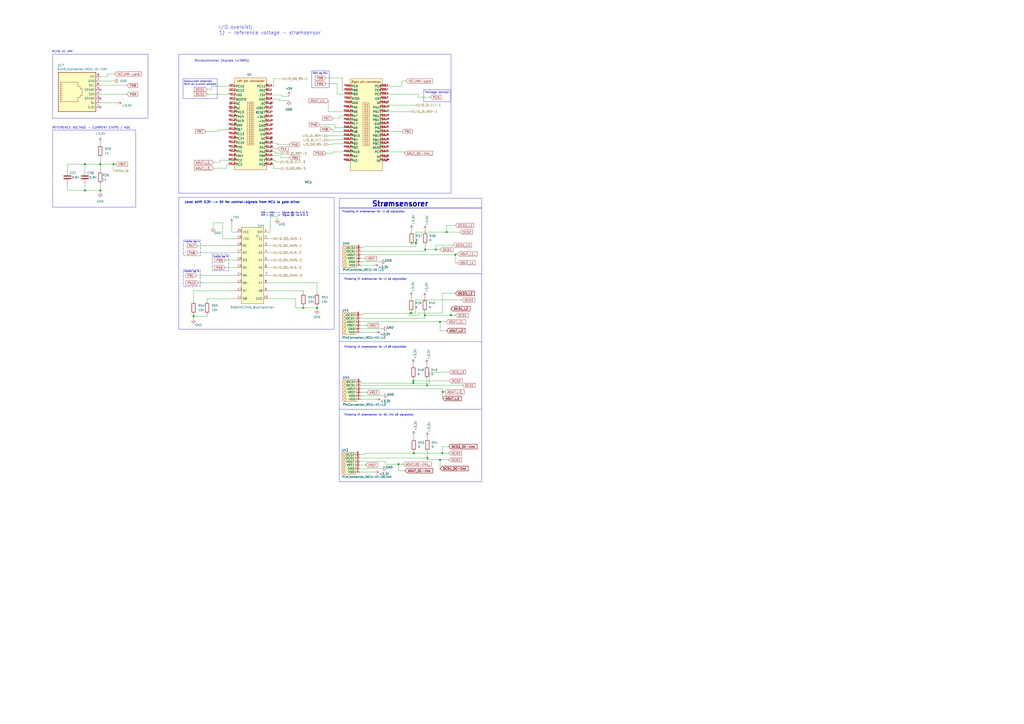
<source format=kicad_sch>
(kicad_sch (version 20231120) (generator "eeschema") (generator_version "8.0")
  (paper "A2")
  (title_block (title "3-phase DC/AC converter with SV-PWM") (date "2023-03-16") (rev "V. 1.1") (comment 1 "Ingrid Hovland") (comment 2 "Eirik Skorve Haugland") (comment 3 "Marius Englund"))
  (lib_symbols
    (symbol "5VISO:+3.3V" (power) (pin_names (offset 0))
      (property "Value" "+3.3V" (at 0 3.556 0))
      (symbol "+3.3V_0_1"
        (polyline (pts (xy -0.762 1.27) (xy 0 2.54)))
        (polyline (pts (xy 0 0) (xy 0 2.54)))
        (polyline (pts (xy 0 2.54) (xy 0.762 1.27)))
      )
      (symbol "+3.3V_1_1"
        (pin power_in line (at 0 0 90) (length 0) hide (name "+3.3V") (number "1"))
      )
    )
    (symbol "5VISO:+5V" (power) (pin_names (offset 0))
      (property "Value" "+5V" (at 0 3.556 0))
      (symbol "+5V_0_1"
        (polyline (pts (xy -0.762 1.27) (xy 0 2.54)))
        (polyline (pts (xy 0 0) (xy 0 2.54)))
        (polyline (pts (xy 0 2.54) (xy 0.762 1.27)))
      )
      (symbol "+5V_1_1"
        (pin power_in line (at 0 0 90) (length 0) hide (name "+5V") (number "1"))
      )
    )
    (symbol "5VISO:GND" (power) (pin_names (offset 0))
      (property "Value" "GND" (at 0 -3.81 0))
      (symbol "GND_0_1"
        (polyline (pts (xy 0 0) (xy 0 -1.27) (xy 1.27 -1.27) (xy 0 -2.54) (xy -1.27 -1.27) (xy 0 -1.27)))
      )
      (symbol "GND_1_1"
        (pin power_in line (at 0 0 270) (length 0) hide (name "GND") (number "1"))
      )
    )
    (symbol "Device:C" (pin_numbers hide) (pin_names (offset 0.254))
      (property "Reference" "C" (at 0.635 2.54 0))
      (property "Value" "C" (at 0.635 -2.54 0))
      (symbol "C_0_1"
        (polyline (pts (xy -2.032 -0.762) (xy 2.032 -0.762)) (stroke (width 0.508)))
        (polyline (pts (xy -2.032 0.762) (xy 2.032 0.762)) (stroke (width 0.508)))
      )
      (symbol "C_1_1"
        (pin passive line (at 0 3.81 270) (length 2.794) (name "~") (number "1"))
        (pin passive line (at 0 -3.81 90) (length 2.794) (name "~") (number "2"))
      )
    )
    (symbol "Device:R" (pin_numbers hide) (pin_names (offset 0))
      (property "Reference" "R" (at 2.032 0 90))
      (property "Value" "R" (at 0 0 90))
      (symbol "R_0_1"
        (rectangle (start -1.016 -2.54) (end 1.016 2.54) (stroke (width 0.254)))
      )
      (symbol "R_1_1"
        (pin passive line (at 0 3.81 270) (length 1.27) (name "~") (number "1"))
        (pin passive line (at 0 -3.81 90) (length 1.27) (name "~") (number "2"))
      )
    )
    (symbol "Symbolbibliotek_hovedprosjekt:BusTranciver_sn54hct245"
      (property "Reference" "U" (at -5.334 17.018 0))
      (property "Value" "SN54HCT245_BusTranciver" (at 1.524 -30.226 0))
      (symbol "BusTranciver_sn54hct245_0_1"
        (circle (center -2.286 10.922) (radius 0.568))
      )
      (symbol "BusTranciver_sn54hct245_1_1"
        (rectangle (start -5.842 16.002) (end 6.858 -28.448) (fill (type background)))
        (pin input line (at -8.382 13.208 0) (length 2.54) (name "DIR") (number "1"))
        (pin input line (at -8.382 -25.4 0) (length 2.54) (name "GND") (number "10"))
        (pin input line (at 9.398 -25.4 180) (length 2.54) (name "B8") (number "11"))
        (pin input line (at 9.398 -20.828 180) (length 2.54) (name "B7") (number "12"))
        (pin input line (at 9.398 -16.256 180) (length 2.54) (name "B6") (number "13"))
        (pin input line (at 9.398 -11.938 180) (length 2.54) (name "B5") (number "14"))
        (pin input line (at 9.398 -7.366 180) (length 2.54) (name "B4") (number "15"))
        (pin input line (at 9.398 -3.048 180) (length 2.54) (name "B3") (number "16"))
        (pin input line (at 9.398 1.27 180) (length 2.54) (name "B2") (number "17"))
        (pin input line (at 9.398 5.334 180) (length 2.54) (name "B1") (number "18"))
        (pin input line (at 9.398 9.398 180) (length 2.54) (name "/OE") (number "19"))
        (pin input line (at -8.382 9.398 0) (length 2.54) (name "A1") (number "2"))
        (pin input line (at 9.398 13.208 180) (length 2.54) (name "VCC") (number "20"))
        (pin input line (at -8.382 5.334 0) (length 2.54) (name "A2") (number "3"))
        (pin input line (at -8.382 1.27 0) (length 2.54) (name "A3") (number "4"))
        (pin input line (at -8.382 -3.048 0) (length 2.54) (name "A4") (number "5"))
        (pin input line (at -8.382 -7.366 0) (length 2.54) (name "A5") (number "6"))
        (pin input line (at -8.636 -11.938 0) (length 2.54) (name "A6") (number "7"))
        (pin input line (at -8.382 -16.256 0) (length 2.54) (name "A7") (number "8"))
        (pin input line (at -8.382 -20.828 0) (length 2.54) (name "A8") (number "9"))
      )
    )
    (symbol "Symbolbibliotek_hovedprosjekt:MCU_nucleo"
      (property "Reference" "U" (at -20.828 0.254 0))
      (symbol "MCU_nucleo_0_1"
        (rectangle (start -35.56 3.048) (end -32.004 -21.844))
        (circle (center -34.29 -20.828) (radius 0.3592))
        (circle (center -34.29 -19.558) (radius 0.3592))
        (circle (center -34.29 -18.288) (radius 0.3592))
        (circle (center -34.29 -17.018) (radius 0.3592))
        (circle (center -34.29 -15.748) (radius 0.3592))
        (circle (center -34.29 -14.478) (radius 0.3592))
        (circle (center -34.29 -13.208) (radius 0.3592))
        (circle (center -34.29 -11.938) (radius 0.3592))
        (circle (center -34.29 -10.668) (radius 0.3592))
        (circle (center -34.29 -9.398) (radius 0.3592))
        (circle (center -34.29 -8.128) (radius 0.3592))
        (circle (center -34.29 -6.858) (radius 0.3592))
        (circle (center -34.29 -5.588) (radius 0.3592))
        (circle (center -34.29 -4.318) (radius 0.3592))
        (circle (center -34.29 -3.048) (radius 0.3592))
        (circle (center -34.29 -1.778) (radius 0.3592))
        (circle (center -34.29 -0.508) (radius 0.3592))
        (circle (center -34.29 0.762) (radius 0.3592))
        (circle (center -34.29 2.032) (radius 0.3592))
        (circle (center -33.02 -20.828) (radius 0.3592))
        (circle (center -33.02 -19.558) (radius 0.3592))
        (circle (center -33.02 -18.288) (radius 0.3592))
        (circle (center -33.02 -17.018) (radius 0.3592))
        (circle (center -33.02 -15.748) (radius 0.3592))
        (circle (center -33.02 -14.478) (radius 0.3592))
        (circle (center -33.02 -13.208) (radius 0.3592))
        (circle (center -33.02 -11.938) (radius 0.3592))
        (circle (center -33.02 -10.668) (radius 0.3592))
        (circle (center -33.02 -9.398) (radius 0.3592))
        (circle (center -33.02 -8.128) (radius 0.3592))
        (circle (center -33.02 -6.858) (radius 0.3592))
        (circle (center -33.02 -5.588) (radius 0.3592))
        (circle (center -33.02 -4.318) (radius 0.3592))
        (circle (center -33.02 -3.048) (radius 0.3592))
        (circle (center -33.02 -1.778) (radius 0.3592))
        (circle (center -33.02 -0.508) (radius 0.3592))
        (circle (center -33.02 0.762) (radius 0.3592))
        (circle (center -33.02 2.032) (radius 0.3592))
        (rectangle (start 31.496 2.54) (end 35.052 -22.352))
        (circle (center 32.766 -21.336) (radius 0.3592))
        (circle (center 32.766 -20.066) (radius 0.3592))
        (circle (center 32.766 -18.796) (radius 0.3592))
        (circle (center 32.766 -17.526) (radius 0.3592))
        (circle (center 32.766 -16.256) (radius 0.3592))
        (circle (center 32.766 -14.986) (radius 0.3592))
        (circle (center 32.766 -13.716) (radius 0.3592))
        (circle (center 32.766 -12.446) (radius 0.3592))
        (circle (center 32.766 -11.176) (radius 0.3592))
        (circle (center 32.766 -9.906) (radius 0.3592))
        (circle (center 32.766 -8.636) (radius 0.3592))
        (circle (center 32.766 -7.366) (radius 0.3592))
        (circle (center 32.766 -6.096) (radius 0.3592))
        (circle (center 32.766 -4.826) (radius 0.3592))
        (circle (center 32.766 -3.556) (radius 0.3592))
        (circle (center 32.766 -2.286) (radius 0.3592))
        (circle (center 32.766 -1.016) (radius 0.3592))
        (circle (center 32.766 0.254) (radius 0.3592))
        (circle (center 32.766 1.524) (radius 0.3592))
        (circle (center 34.036 -21.336) (radius 0.3592))
        (circle (center 34.036 -20.066) (radius 0.3592))
        (circle (center 34.036 -18.796) (radius 0.3592))
        (circle (center 34.036 -17.526) (radius 0.3592))
        (circle (center 34.036 -16.256) (radius 0.3592))
        (circle (center 34.036 -14.986) (radius 0.3592))
        (circle (center 34.036 -13.716) (radius 0.3592))
        (circle (center 34.036 -12.446) (radius 0.3592))
        (circle (center 34.036 -11.176) (radius 0.3592))
        (circle (center 34.036 -9.906) (radius 0.3592))
        (circle (center 34.036 -8.636) (radius 0.3592))
        (circle (center 34.036 -7.366) (radius 0.3592))
        (circle (center 34.036 -6.096) (radius 0.3592))
        (circle (center 34.036 -4.826) (radius 0.3592))
        (circle (center 34.036 -3.556) (radius 0.3592))
        (circle (center 34.036 -2.286) (radius 0.3592))
        (circle (center 34.036 -1.016) (radius 0.3592))
        (circle (center 34.036 0.254) (radius 0.3592))
        (circle (center 34.036 1.524) (radius 0.3592))
      )
      (symbol "MCU_nucleo_1_1"
        (rectangle (start -42.926 17.018) (end -24.384 -36.322) (fill (type background)))
        (rectangle (start 24.13 16.51) (end 42.672 -36.83) (fill (type background)))
        (text "Left pin connector" (at -33.782 15.24 0) (effects (font (size 1.143 1.143))))
        (text "Right pin connector" (at 33.274 14.732 0) (effects (font (size 1.143 1.143))))
        (pin input line (at 21.59 12.192 0) (length 2.54) (name "PC9") (number "CN10_1"))
        (pin input line (at 45.212 2.54 180) (length 2.54) (name "NC") (number "CN10_10"))
        (pin input line (at 21.59 0 0) (length 2.54) (name "PA5") (number "CN10_11"))
        (pin input line (at 45.212 0 180) (length 2.54) (name "PA12") (number "CN10_12"))
        (pin input line (at 21.59 -2.54 0) (length 2.54) (name "PA6") (number "CN10_13"))
        (pin input line (at 45.212 -2.54 180) (length 2.54) (name "PA11") (number "CN10_14"))
        (pin input line (at 21.59 -5.08 0) (length 2.54) (name "PA7") (number "CN10_15"))
        (pin input line (at 45.212 -5.08 180) (length 2.54) (name "PB12") (number "CN10_16"))
        (pin input line (at 21.59 -7.366 0) (length 2.54) (name "PB6") (number "CN10_17"))
        (pin input line (at 45.212 -7.366 180) (length 2.54) (name "PB11") (number "CN10_18"))
        (pin input line (at 21.59 -9.652 0) (length 2.54) (name "PC7") (number "CN10_19"))
        (pin input line (at 45.212 12.192 180) (length 2.54) (name "PC8") (number "CN10_2"))
        (pin input line (at 45.212 -9.652 180) (length 2.54) (name "GND") (number "CN10_20"))
        (pin input line (at 21.59 -11.938 0) (length 2.54) (name "PA9") (number "CN10_21"))
        (pin input line (at 45.212 -11.938 180) (length 2.54) (name "PB2") (number "CN10_22"))
        (pin input line (at 21.59 -14.224 0) (length 2.54) (name "PA8") (number "CN10_23"))
        (pin input line (at 45.212 -14.224 180) (length 2.54) (name "PB1") (number "CN10_24"))
        (pin input line (at 21.59 -16.51 0) (length 2.54) (name "PB10") (number "CN10_25"))
        (pin input line (at 45.212 -16.51 180) (length 2.54) (name "PB15") (number "CN10_26"))
        (pin input line (at 21.59 -18.796 0) (length 2.54) (name "PB4") (number "CN10_27"))
        (pin input line (at 45.212 -19.05 180) (length 2.54) (name "PB14") (number "CN10_28"))
        (pin input line (at 21.59 -21.082 0) (length 2.54) (name "PB5") (number "CN10_29"))
        (pin input line (at 21.59 9.906 0) (length 2.54) (name "PB8") (number "CN10_3"))
        (pin input line (at 45.212 -21.082 180) (length 2.54) (name "PB13") (number "CN10_30"))
        (pin input line (at 21.59 -23.368 0) (length 2.54) (name "PB3") (number "CN10_31"))
        (pin input line (at 45.212 -23.368 180) (length 2.54) (name "AGND") (number "CN10_32"))
        (pin input line (at 21.59 -25.908 0) (length 2.54) (name "PA10") (number "CN10_33"))
        (pin input line (at 45.212 -25.908 180) (length 2.54) (name "PC4") (number "CN10_34"))
        (pin input line (at 21.59 -28.448 0) (length 2.54) (name "PA2") (number "CN10_35"))
        (pin input line (at 45.212 -28.702 180) (length 2.54) (name "NC") (number "CN10_36"))
        (pin input line (at 21.59 -30.988 0) (length 2.54) (name "PA3") (number "CN10_37"))
        (pin input line (at 45.212 -30.988 180) (length 2.54) (name "NC") (number "CN10_38"))
        (pin input line (at 45.212 9.906 180) (length 2.54) (name "PC6") (number "CN10_4"))
        (pin input line (at 21.59 7.62 0) (length 2.54) (name "PB9") (number "CN10_5"))
        (pin input line (at 45.212 7.62 180) (length 2.54) (name "PC5") (number "CN10_6"))
        (pin input line (at 21.59 5.08 0) (length 2.54) (name "AVDD") (number "CN10_7"))
        (pin input line (at 45.212 5.08 180) (length 2.54) (name "U5V") (number "CN10_8"))
        (pin input line (at 21.59 2.54 0) (length 2.54) (name "GND") (number "CN10_9"))
        (pin input line (at -45.466 12.192 0) (length 2.54) (name "PC10") (number "CN7_1"))
        (pin input line (at -21.844 2.032 180) (length 2.54) (name "NC") (number "CN7_10"))
        (pin input line (at -45.466 -0.508 0) (length 2.54) (name "NC") (number "CN7_11"))
        (pin input line (at -21.844 -0.508 180) (length 2.54) (name "IOREF") (number "CN7_12"))
        (pin input line (at -45.466 -2.794 0) (length 2.54) (name "PA13") (number "CN7_13"))
        (pin input line (at -21.844 -3.048 180) (length 2.54) (name "RESET") (number "CN7_14"))
        (pin input line (at -45.466 -5.334 0) (length 2.54) (name "PA14") (number "CN7_15"))
        (pin input line (at -21.844 -5.588 180) (length 2.54) (name "+3V3") (number "CN7_16"))
        (pin input line (at -45.466 -7.874 0) (length 2.54) (name "PA15") (number "CN7_17"))
        (pin input line (at -21.844 -8.128 180) (length 2.54) (name "+5V") (number "CN7_18"))
        (pin input line (at -45.466 -10.414 0) (length 2.54) (name "GND") (number "CN7_19"))
        (pin input line (at -21.844 12.192 180) (length 2.54) (name "PC11") (number "CN7_2"))
        (pin input line (at -21.844 -10.668 180) (length 2.54) (name "GND") (number "CN7_20"))
        (pin input line (at -45.466 -12.954 0) (length 2.54) (name "PB7") (number "CN7_21"))
        (pin input line (at -21.844 -13.208 180) (length 2.54) (name "GND") (number "CN7_22"))
        (pin input line (at -45.466 -15.494 0) (length 2.54) (name "PC13") (number "CN7_23"))
        (pin input line (at -21.844 -15.748 180) (length 2.54) (name "VIN") (number "CN7_24"))
        (pin input line (at -45.466 -18.034 0) (length 2.54) (name "PC14") (number "CN7_25"))
        (pin input line (at -21.844 -18.288 180) (length 2.54) (name "NC") (number "CN7_26"))
        (pin input line (at -45.466 -20.574 0) (length 2.54) (name "PC15") (number "CN7_27"))
        (pin input line (at -21.844 -20.828 180) (length 2.54) (name "PA0") (number "CN7_28"))
        (pin input line (at -45.466 -23.114 0) (length 2.54) (name "PH0") (number "CN7_29"))
        (pin input line (at -45.466 9.652 0) (length 2.54) (name "PC12") (number "CN7_3"))
        (pin input line (at -21.844 -23.368 180) (length 2.54) (name "PA1") (number "CN7_30"))
        (pin input line (at -45.466 -25.654 0) (length 2.54) (name "PH1") (number "CN7_31"))
        (pin input line (at -21.844 -25.908 180) (length 2.54) (name "PA4") (number "CN7_32"))
        (pin input line (at -45.466 -28.194 0) (length 2.54) (name "VBAT") (number "CN7_33"))
        (pin input line (at -21.844 -28.194 180) (length 2.54) (name "PB0") (number "CN7_34"))
        (pin input line (at -45.466 -30.734 0) (length 2.54) (name "PC2") (number "CN7_35"))
        (pin input line (at -21.844 -30.734 180) (length 2.54) (name "PC1") (number "CN7_36"))
        (pin input line (at -45.466 -33.274 0) (length 2.54) (name "PC3") (number "CN7_37"))
        (pin input line (at -21.844 -33.274 180) (length 2.54) (name "PC0") (number "CN7_38"))
        (pin input line (at -21.844 9.652 180) (length 2.54) (name "PD2") (number "CN7_4"))
        (pin input line (at -45.466 7.112 0) (length 2.54) (name "VDD") (number "CN7_5"))
        (pin input line (at -21.844 7.112 180) (length 2.54) (name "E5V") (number "CN7_6"))
        (pin input line (at -45.466 4.572 0) (length 2.54) (name "BOOT0") (number "CN7_7"))
        (pin input line (at -21.844 4.572 180) (length 2.54) (name "GND") (number "CN7_8"))
        (pin input line (at -45.466 2.032 0) (length 2.54) (name "NC") (number "CN7_9"))
      )
    )
    (symbol "Symbolbibliotek_hovedprosjekt:RJ45_Connector_MCU-til-HMI"
      (property "Reference" "U" (at 0 0 0))
      (symbol "RJ45_Connector_MCU-til-HMI_0_1"
        (rectangle (start -7.366 10.414) (end 14.478 -12.446) (stroke (width 0.254)) (fill (type background)))
        (polyline (pts (xy -4.826 2.159) (xy -6.096 2.159)))
        (polyline (pts (xy -4.826 3.429) (xy -6.096 3.429)))
        (polyline (pts (xy -6.096 -5.461) (xy -4.826 -5.461) (xy -4.826 -5.461)))
        (polyline (pts (xy -6.096 -4.191) (xy -4.826 -4.191) (xy -4.826 -4.191)))
        (polyline (pts (xy -6.096 -2.921) (xy -4.826 -2.921) (xy -4.826 -2.921)))
        (polyline (pts (xy -6.096 -1.651) (xy -4.826 -1.651) (xy -4.826 -1.651)))
        (polyline (pts (xy -6.096 -0.381) (xy -4.826 -0.381) (xy -4.826 -0.381)))
        (polyline (pts (xy -4.826 0.889) (xy -6.096 0.889) (xy -6.096 0.889)))
        (polyline (pts (xy -6.096 -6.731) (xy -6.096 4.699) (xy 4.064 4.699) (xy 4.064 2.159) (xy 5.334 2.159) (xy 5.334 0.889) (xy 6.604 0.889) (xy 6.604 -2.921) (xy 5.334 -2.921) (xy 5.334 -4.191) (xy 4.064 -4.191) (xy 4.064 -6.731) (xy -6.096 -6.731) (xy -6.096 -6.731)))
      )
      (symbol "RJ45_Connector_MCU-til-HMI_1_1"
        (pin passive line (at 17.018 -9.906 180) (length 2.54) (name "3.3V") (number "1"))
        (pin passive line (at 17.018 -7.366 180) (length 2.54) (name "5V") (number "2"))
        (pin passive line (at 17.018 -4.826 180) (length 2.54) (name "SPARE") (number "3"))
        (pin passive line (at 17.018 -2.286 180) (length 2.54) (name "SDA") (number "4"))
        (pin passive line (at 17.018 0.254 180) (length 2.54) (name "SPARE") (number "5"))
        (pin passive line (at 17.018 2.794 180) (length 2.54) (name "SCL") (number "6"))
        (pin passive line (at 17.018 5.334 180) (length 2.54) (name "GND") (number "7"))
        (pin passive line (at 17.018 7.874 180) (length 2.54) (name "INT") (number "8"))
      )
    )
    (symbol "Symbolbibliotek_hovedprosjekt:Strømsensor_PinHeaderConnector"
      (property "Reference" "U" (at 7.112 0.508 0))
      (symbol "Strømsensor_PinHeaderConnector_0_1"
        (circle (center -5.08 -5.334) (radius 0.7184))
        (circle (center -3.048 -5.334) (radius 0.7184))
        (circle (center -1.016 -5.334) (radius 0.7184))
        (circle (center 1.016 -5.334) (radius 0.7184))
        (circle (center 3.048 -5.334) (radius 0.7184))
        (circle (center 5.08 -5.334) (radius 0.7184))
      )
      (symbol "Strømsensor_PinHeaderConnector_1_1"
        (rectangle (start -6.35 1.27) (end 6.35 -6.604) (fill (type background)))
        (pin input line (at 5.08 3.81 270) (length 2.54) (name "VDD") (number "1"))
        (pin input line (at 3.048 3.81 270) (length 2.54) (name "GND") (number "2"))
        (pin input line (at 1.016 3.81 270) (length 2.54) (name "VREF") (number "3"))
        (pin input line (at -1.016 3.81 270) (length 2.54) (name "AOUT") (number "4"))
        (pin input line (at -3.048 3.81 270) (length 2.54) (name "OCD1") (number "5"))
        (pin input line (at -5.08 3.81 270) (length 2.54) (name "OCD2") (number "6"))
      )
    )
    (symbol "power:GND" (power) (pin_names (offset 0))
      (property "Value" "GND" (at 0 -3.81 0))
      (symbol "GND_0_1"
        (polyline (pts (xy 0 0) (xy 0 -1.27) (xy 1.27 -1.27) (xy 0 -2.54) (xy -1.27 -1.27) (xy 0 -1.27)))
      )
      (symbol "GND_1_1"
        (pin power_in line (at 0 0 270) (length 0) hide (name "GND") (number "1"))
      )
    )
  )
  (junction (at 65.786 95.25))
  (junction (at 241.3 140.97))
  (junction (at 246.38 182.88))
  (junction (at 58.166 110.49))
  (junction (at 239.776 220.98))
  (junction (at 240.03 262.89))
  (junction (at 255.27 266.7))
  (junction (at 246.634 144.78))
  (junction (at 264.16 147.828))
  (junction (at 256.54 262.89))
  (junction (at 49.276 95.25))
  (junction (at 247.65 223.52))
  (junction (at 247.904 265.684))
  (junction (at 231.14 269.24))
  (junction (at 183.896 178.562))
  (junction (at 256.794 227.33))
  (junction (at 259.08 134.62))
  (junction (at 58.166 95.25))
  (junction (at 239.776 222.25))
  (junction (at 252.73 144.78))
  (junction (at 261.62 182.88))
  (junction (at 49.276 110.49))
  (junction (at 238.506 181.61))
  (junction (at 112.268 183.388))
  (junction (at 176.022 178.562))
  (junction (at 255.27 186.69))
  (no_connect (at 133.604 60.198))
  (no_connect (at 157.226 60.198))
  (no_connect (at 133.604 62.738))
  (no_connect (at 224.282 59.69))
  (no_connect (at 224.282 90.932))
  (no_connect (at 58.166 52.07))
  (no_connect (at 157.226 80.518))
  (no_connect (at 58.166 57.15))
  (no_connect (at 58.166 62.23))
  (no_connect (at 224.282 93.218))
  (wire (pts (xy 233.172 46.99) (xy 235.458 46.99)))
  (wire (pts (xy 209.042 188.722) (xy 212.598 188.722)))
  (wire (pts (xy 156.718 125.73) (xy 160.782 125.73)))
  (wire (pts (xy 67.056 99.06) (xy 65.786 99.06)))
  (wire (pts (xy 132.842 52.578) (xy 132.842 54.61)))
  (wire (pts (xy 194.31 74.168) (xy 200.66 74.168)))
  (wire (pts (xy 242.57 54.61) (xy 242.57 56.388)))
  (wire (pts (xy 252.73 142.24) (xy 252.73 144.78)))
  (wire (pts (xy 183.896 178.562) (xy 183.896 179.578)))
  (wire (pts (xy 137.668 138.43) (xy 129.286 138.43)))
  (wire (pts (xy 224.282 50.038) (xy 233.172 50.038)))
  (wire (pts (xy 160.782 125.73) (xy 160.782 127)))
  (wire (pts (xy 163.576 55.88) (xy 167.64 55.88)))
  (wire (pts (xy 162.306 57.658) (xy 162.306 58.42)))
  (wire (pts (xy 234.442 88.138) (xy 234.442 88.9)))
  (wire (pts (xy 224.282 88.138) (xy 234.442 88.138)))
  (wire (pts (xy 58.166 49.53) (xy 73.66 49.53)))
  (wire (pts (xy 131.572 97.536) (xy 123.952 97.536)))
  (wire (pts (xy 209.296 149.86) (xy 211.582 149.86)))
  (wire (pts (xy 161.036 83.058) (xy 161.036 83.82)))
  (wire (pts (xy 209.042 190.754) (xy 221.742 190.754)))
  (wire (pts (xy 163.83 45.72) (xy 158.75 45.72)))
  (wire (pts (xy 162.56 97.79) (xy 158.75 97.79)))
  (wire (pts (xy 242.57 54.61) (xy 224.282 54.61)))
  (wire (pts (xy 209.296 145.796) (xy 246.634 145.796)))
  (wire (pts (xy 256.794 225.552) (xy 256.794 227.33)))
  (wire (pts (xy 264.16 130.81) (xy 259.08 130.81)))
  (wire (pts (xy 242.57 56.388) (xy 249.682 56.388)))
  (wire (pts (xy 241.3 140.97) (xy 238.76 140.97)))
  (wire (pts (xy 198.628 45.212) (xy 198.628 52.324)))
  (wire (pts (xy 258.064 227.33) (xy 256.794 227.33)))
  (wire (pts (xy 162.814 90.424) (xy 162.814 91.44)))
  (wire (pts (xy 200.66 81.026) (xy 193.04 81.026)))
  (wire (pts (xy 129.286 138.43) (xy 129.286 129.286)))
  (wire (pts (xy 264.16 147.828) (xy 264.16 152.4)))
  (wire (pts (xy 155.448 138.43) (xy 158.75 138.43)))
  (wire (pts (xy 155.448 134.62) (xy 156.718 134.62)))
  (wire (pts (xy 266.7 134.62) (xy 259.08 134.62)))
  (wire (pts (xy 120.142 173.228) (xy 120.142 174.752)))
  (wire (pts (xy 246.38 182.88) (xy 261.62 182.88)))
  (wire (pts (xy 247.65 211.328) (xy 247.65 212.09)))
  (wire (pts (xy 39.116 95.25) (xy 49.276 95.25)))
  (wire (pts (xy 256.54 170.18) (xy 264.16 170.18)))
  (wire (pts (xy 190.5 83.82) (xy 193.04 83.82)))
  (wire (pts (xy 209.296 229.616) (xy 221.996 229.616)))
  (wire (pts (xy 208.788 269.748) (xy 212.09 269.748)))
  (wire (pts (xy 238.506 181.61) (xy 238.506 180.848)))
  (wire (pts (xy 224.282 62.23) (xy 225.806 62.23)))
  (wire (pts (xy 208.788 265.684) (xy 247.904 265.684)))
  (wire (pts (xy 58.166 95.25) (xy 65.786 95.25)))
  (wire (pts (xy 127.508 92.964) (xy 127.508 94.234)))
  (wire (pts (xy 112.268 183.388) (xy 120.142 183.388)))
  (wire (pts (xy 239.776 211.074) (xy 239.776 212.09)))
  (wire (pts (xy 240.03 261.874) (xy 240.03 262.89)))
  (wire (pts (xy 233.172 50.038) (xy 233.172 46.99)))
  (wire (pts (xy 193.04 76.454) (xy 200.66 76.454)))
  (wire (pts (xy 238.76 140.97) (xy 238.76 141.986)))
  (wire (pts (xy 247.904 266.7) (xy 255.27 266.7)))
  (wire (pts (xy 256.54 262.89) (xy 240.03 262.89)))
  (wire (pts (xy 208.788 271.78) (xy 221.234 271.78)))
  (wire (pts (xy 49.276 106.68) (xy 49.276 110.49)))
  (wire (pts (xy 112.268 168.656) (xy 137.668 168.656)))
  (wire (pts (xy 211.582 262.89) (xy 211.582 263.652)))
  (wire (pts (xy 157.226 55.118) (xy 163.576 55.118)))
  (wire (pts (xy 127 75.184) (xy 127 76.2)))
  (wire (pts (xy 261.62 182.88) (xy 264.16 182.88)))
  (wire (pts (xy 247.65 223.52) (xy 268.224 223.52)))
  (wire (pts (xy 191.77 74.93) (xy 193.04 74.93)))
  (wire (pts (xy 114.554 146.558) (xy 137.668 146.558)))
  (wire (pts (xy 159.766 93.98) (xy 159.766 92.964)))
  (wire (pts (xy 209.042 192.786) (xy 217.678 192.786)))
  (wire (pts (xy 237.49 182.88) (xy 237.49 181.61)))
  (wire (pts (xy 193.04 81.026) (xy 193.04 81.28)))
  (wire (pts (xy 211.582 262.89) (xy 240.03 262.89)))
  (wire (pts (xy 234.95 273.05) (xy 231.14 273.05)))
  (wire (pts (xy 171.45 173.228) (xy 171.45 178.562)))
  (wire (pts (xy 241.046 173.99) (xy 241.046 181.61)))
  (wire (pts (xy 259.08 130.81) (xy 259.08 134.62)))
  (wire (pts (xy 157.226 88.138) (xy 159.766 88.138)))
  (wire (pts (xy 223.52 269.24) (xy 223.52 267.716)))
  (wire (pts (xy 162.814 91.44) (xy 167.64 91.44)))
  (wire (pts (xy 176.022 178.562) (xy 183.896 178.562)))
  (wire (pts (xy 159.766 88.9) (xy 162.814 88.9)))
  (wire (pts (xy 157.226 85.598) (xy 158.496 85.598)))
  (wire (pts (xy 193.04 88.138) (xy 200.66 88.138)))
  (wire (pts (xy 39.116 99.06) (xy 39.116 95.25)))
  (wire (pts (xy 58.166 46.99) (xy 66.04 46.99)))
  (wire (pts (xy 242.57 181.61) (xy 242.57 182.88)))
  (wire (pts (xy 193.04 83.312) (xy 200.66 83.312)))
  (wire (pts (xy 246.634 144.78) (xy 246.634 145.796)))
  (wire (pts (xy 65.786 95.25) (xy 67.056 95.25)))
  (wire (pts (xy 171.45 178.562) (xy 176.022 178.562)))
  (wire (pts (xy 255.27 191.77) (xy 255.27 186.69)))
  (wire (pts (xy 241.046 173.99) (xy 267.97 173.99)))
  (wire (pts (xy 157.226 50.038) (xy 158.75 50.038)))
  (wire (pts (xy 159.766 92.964) (xy 157.226 92.964)))
  (wire (pts (xy 246.38 180.848) (xy 246.38 182.88)))
  (wire (pts (xy 252.73 144.78) (xy 255.27 144.78)))
  (wire (pts (xy 195.58 48.514) (xy 195.58 54.61)))
  (wire (pts (xy 119.38 76.2) (xy 127 76.2)))
  (wire (pts (xy 176.022 169.926) (xy 176.022 168.656)))
  (wire (pts (xy 256.794 225.552) (xy 209.296 225.552)))
  (wire (pts (xy 58.166 44.45) (xy 62.484 44.45)))
  (wire (pts (xy 193.04 88.9) (xy 189.23 88.9)))
  (wire (pts (xy 39.116 110.49) (xy 49.276 110.49)))
  (wire (pts (xy 209.296 223.52) (xy 247.65 223.52)))
  (wire (pts (xy 193.04 83.82) (xy 193.04 83.312)))
  (wire (pts (xy 158.496 86.36) (xy 161.29 86.36)))
  (wire (pts (xy 158.75 45.72) (xy 158.75 50.038)))
  (wire (pts (xy 261.62 179.07) (xy 261.62 182.88)))
  (wire (pts (xy 193.04 81.28) (xy 190.5 81.28)))
  (wire (pts (xy 209.296 143.764) (xy 210.566 143.764)))
  (wire (pts (xy 247.904 253.492) (xy 247.904 254.254)))
  (wire (pts (xy 190.5 64.77) (xy 200.66 64.77)))
  (wire (pts (xy 131.572 95.504) (xy 133.604 95.504)))
  (wire (pts (xy 157.226 57.658) (xy 162.306 57.658)))
  (wire (pts (xy 259.08 191.77) (xy 255.27 191.77)))
  (wire (pts (xy 155.448 164.084) (xy 183.896 164.084)))
  (wire (pts (xy 238.506 181.61) (xy 238.506 181.864)))
  (wire (pts (xy 114.554 142.494) (xy 137.668 142.494)))
  (wire (pts (xy 246.634 133.604) (xy 246.634 134.366)))
  (wire (pts (xy 224.282 76.454) (xy 231.14 76.454)))
  (wire (pts (xy 256.54 170.18) (xy 256.54 181.61)))
  (wire (pts (xy 246.38 172.466) (xy 246.38 173.228)))
  (wire (pts (xy 255.27 266.7) (xy 255.27 271.78)))
  (wire (pts (xy 129.286 129.286) (xy 123.698 129.286)))
  (wire (pts (xy 120.142 51.816) (xy 122.682 51.816)))
  (wire (pts (xy 158.496 85.598) (xy 158.496 86.36)))
  (wire (pts (xy 210.566 143.002) (xy 241.3 143.002)))
  (wire (pts (xy 223.52 267.716) (xy 208.788 267.716)))
  (wire (pts (xy 255.27 186.69) (xy 258.826 186.69)))
  (wire (pts (xy 66.548 42.926) (xy 62.484 42.926)))
  (wire (pts (xy 255.27 266.7) (xy 260.35 266.7)))
  (wire (pts (xy 209.296 151.892) (xy 220.726 151.892)))
  (wire (pts (xy 115.062 164.084) (xy 137.668 164.084)))
  (wire (pts (xy 240.03 252.73) (xy 240.03 254.254)))
  (wire (pts (xy 210.566 143.002) (xy 210.566 143.764)))
  (wire (pts (xy 208.788 263.652) (xy 211.582 263.652)))
  (wire (pts (xy 197.104 67.31) (xy 197.104 68.58)))
  (wire (pts (xy 49.276 110.49) (xy 58.166 110.49)))
  (wire (pts (xy 122.682 50.038) (xy 133.604 50.038)))
  (wire (pts (xy 197.104 68.58) (xy 193.04 68.58)))
  (wire (pts (xy 246.634 144.78) (xy 252.73 144.78)))
  (wire (pts (xy 238.76 133.35) (xy 238.76 134.366)))
  (wire (pts (xy 49.276 95.25) (xy 49.276 99.06)))
  (wire (pts (xy 264.16 147.32) (xy 265.43 147.32)))
  (wire (pts (xy 260.35 259.08) (xy 256.54 259.08)))
  (wire (pts (xy 259.08 134.62) (xy 241.3 134.62)))
  (wire (pts (xy 249.174 222.25) (xy 239.776 222.25)))
  (wire (pts (xy 239.776 219.71) (xy 239.776 220.98)))
  (wire (pts (xy 112.268 174.752) (xy 112.268 168.656)))
  (wire (pts (xy 209.296 222.25) (xy 209.296 221.488)))
  (wire (pts (xy 241.3 134.62) (xy 241.3 140.97)))
  (wire (pts (xy 156.718 134.62) (xy 156.718 125.73)))
  (wire (pts (xy 262.89 142.24) (xy 252.73 142.24)))
  (wire (pts (xy 65.786 99.06) (xy 65.786 95.25)))
  (wire (pts (xy 132.842 52.578) (xy 133.604 52.578)))
  (wire (pts (xy 130.81 150.876) (xy 137.668 150.876)))
  (wire (pts (xy 260.604 215.9) (xy 249.174 215.9)))
  (wire (pts (xy 225.806 62.23) (xy 225.806 60.96)))
  (wire (pts (xy 247.904 266.7) (xy 247.904 265.684)))
  (wire (pts (xy 162.56 93.98) (xy 159.766 93.98)))
  (wire (pts (xy 159.766 88.138) (xy 159.766 88.9)))
  (wire (pts (xy 209.042 186.69) (xy 255.27 186.69)))
  (wire (pts (xy 209.042 184.658) (xy 246.38 184.658)))
  (wire (pts (xy 190.5 78.74) (xy 200.66 78.74)))
  (wire (pts (xy 158.75 95.504) (xy 157.226 95.504)))
  (wire (pts (xy 137.668 173.228) (xy 120.142 173.228)))
  (wire (pts (xy 249.174 215.9) (xy 249.174 222.25)))
  (wire (pts (xy 237.49 181.61) (xy 238.506 181.61)))
  (wire (pts (xy 158.75 95.504) (xy 158.75 97.79)))
  (wire (pts (xy 224.282 64.77) (xy 238.76 64.77)))
  (wire (pts (xy 157.226 83.058) (xy 161.036 83.058)))
  (wire (pts (xy 162.306 58.42) (xy 167.64 58.42)))
  (wire (pts (xy 127.508 94.234) (xy 123.952 94.234)))
  (wire (pts (xy 155.448 150.876) (xy 158.496 150.876)))
  (wire (pts (xy 239.776 222.25) (xy 209.296 222.25)))
  (wire (pts (xy 133.604 75.184) (xy 127 75.184)))
  (wire (pts (xy 183.896 164.084) (xy 183.896 169.926)))
  (wire (pts (xy 58.166 95.25) (xy 58.166 99.06)))
  (wire (pts (xy 58.166 54.61) (xy 73.66 54.61)))
  (wire (pts (xy 241.3 140.97) (xy 241.3 143.002)))
  (wire (pts (xy 131.572 95.504) (xy 131.572 97.536)))
  (wire (pts (xy 264.16 147.828) (xy 209.296 147.828)))
  (wire (pts (xy 223.52 269.24) (xy 231.14 269.24)))
  (wire (pts (xy 127.508 92.964) (xy 133.604 92.964)))
  (wire (pts (xy 112.268 182.372) (xy 112.268 183.388)))
  (wire (pts (xy 260.35 262.89) (xy 256.54 262.89)))
  (wire (pts (xy 256.54 259.08) (xy 256.54 262.89)))
  (wire (pts (xy 183.896 177.546) (xy 183.896 178.562)))
  (wire (pts (xy 176.022 177.546) (xy 176.022 178.562)))
  (wire (pts (xy 197.104 67.31) (xy 200.66 67.31)))
  (wire (pts (xy 225.806 60.96) (xy 241.3 60.96)))
  (wire (pts (xy 231.14 269.24) (xy 233.68 269.24)))
  (wire (pts (xy 123.698 129.286) (xy 123.698 132.08)))
  (wire (pts (xy 134.366 134.62) (xy 137.668 134.62)))
  (wire (pts (xy 247.904 261.874) (xy 247.904 265.684)))
  (wire (pts (xy 58.166 110.49) (xy 58.166 111.76)))
  (wire (pts (xy 208.788 273.812) (xy 217.17 273.812)))
  (wire (pts (xy 120.142 182.372) (xy 120.142 183.388)))
  (wire (pts (xy 188.976 48.514) (xy 195.58 48.514)))
  (wire (pts (xy 155.448 142.494) (xy 158.496 142.494)))
  (wire (pts (xy 209.296 231.648) (xy 217.932 231.648)))
  (wire (pts (xy 198.628 52.324) (xy 200.66 52.324)))
  (wire (pts (xy 246.634 141.986) (xy 246.634 144.78)))
  (wire (pts (xy 39.116 106.68) (xy 39.116 110.49)))
  (wire (pts (xy 260.604 220.98) (xy 239.776 220.98)))
  (wire (pts (xy 256.794 227.33) (xy 256.794 231.14)))
  (wire (pts (xy 238.506 172.212) (xy 238.506 173.228)))
  (wire (pts (xy 58.166 59.69) (xy 67.818 59.69)))
  (wire (pts (xy 176.022 168.656) (xy 155.448 168.656)))
  (wire (pts (xy 161.036 83.82) (xy 167.64 83.82)))
  (wire (pts (xy 190.5 58.42) (xy 190.5 64.77)))
  (wire (pts (xy 155.448 146.558) (xy 158.496 146.558)))
  (wire (pts (xy 155.448 173.228) (xy 171.45 173.228)))
  (wire (pts (xy 188.976 45.212) (xy 198.628 45.212)))
  (wire (pts (xy 231.14 273.05) (xy 231.14 269.24)))
  (wire (pts (xy 209.296 227.584) (xy 212.852 227.584)))
  (wire (pts (xy 157.226 90.424) (xy 162.814 90.424)))
  (wire (pts (xy 238.506 181.61) (xy 241.046 181.61)))
  (wire (pts (xy 231.14 76.2) (xy 233.172 76.2)))
  (wire (pts (xy 209.042 182.626) (xy 210.312 182.626)))
  (wire (pts (xy 193.04 74.93) (xy 193.04 76.454)))
  (wire (pts (xy 194.31 72.39) (xy 194.31 74.168)))
  (wire (pts (xy 231.14 76.454) (xy 231.14 76.2)))
  (wire (pts (xy 134.366 129.54) (xy 134.366 134.62)))
  (wire (pts (xy 132.842 54.61) (xy 120.142 54.61)))
  (wire (pts (xy 239.776 222.25) (xy 239.776 220.98)))
  (wire (pts (xy 195.58 54.61) (xy 200.66 54.61)))
  (wire (pts (xy 58.166 82.55) (xy 58.166 83.82)))
  (wire (pts (xy 155.448 155.194) (xy 158.496 155.194)))
  (wire (pts (xy 264.16 152.4) (xy 265.43 152.4)))
  (wire (pts (xy 185.42 72.39) (xy 194.31 72.39)))
  (wire (pts (xy 246.38 182.88) (xy 246.38 184.658)))
  (wire (pts (xy 210.312 181.864) (xy 238.506 181.864)))
  (wire (pts (xy 62.484 42.926) (xy 62.484 44.45)))
  (wire (pts (xy 58.166 91.44) (xy 58.166 95.25)))
  (wire (pts (xy 122.682 51.816) (xy 122.682 50.038)))
  (wire (pts (xy 210.312 181.864) (xy 210.312 182.626)))
  (wire (pts (xy 112.268 183.388) (xy 112.268 185.166)))
  (wire (pts (xy 114.046 159.766) (xy 137.668 159.766)))
  (wire (pts (xy 256.54 181.61) (xy 242.57 181.61)))
  (wire (pts (xy 242.57 182.88) (xy 237.49 182.88)))
  (wire (pts (xy 209.296 153.924) (xy 216.662 153.924)))
  (wire (pts (xy 130.556 155.194) (xy 137.668 155.194)))
  (wire (pts (xy 247.65 219.71) (xy 247.65 223.52)))
  (wire (pts (xy 155.702 159.766) (xy 158.496 159.766)))
  (wire (pts (xy 58.166 106.68) (xy 58.166 110.49)))
  (wire (pts (xy 193.04 88.138) (xy 193.04 88.9)))
  (wire (pts (xy 264.16 147.32) (xy 264.16 147.828)))
  (wire (pts (xy 163.576 55.118) (xy 163.576 55.88)))
  (wire (pts (xy 49.276 95.25) (xy 58.166 95.25)))
  (rectangle (start 106.426 139.192) (end 116.332 148.336) (stroke (width 0) (type dash)))
  (rectangle (start 196.85 115.062) (end 279.4 120.65))
  (rectangle (start 103.632 114.554) (end 193.802 191.008))
  (rectangle (start 196.85 237.49) (end 279.4 237.49))
  (rectangle (start 245.872 52.07) (end 261.366 58.928))
  (rectangle (start 103.632 31.496) (end 261.62 112.014))
  (rectangle (start 196.85 120.65) (end 279.4 279.4))
  (rectangle (start 106.426 156.464) (end 116.078 166.116) (stroke (width 0) (type dash)))
  (rectangle (start 123.19 147.574) (end 132.588 156.972) (stroke (width 0) (type dash)))
  (rectangle (start 196.85 158.75) (end 279.4 158.75))
  (rectangle (start 30.48 31.496) (end 85.852 68.58))
  (rectangle (start 196.85 198.12) (end 279.4 198.12))
  (rectangle (start 30.48 75.438) (end 78.74 120.142))
  (rectangle (start 106.172 45.72) (end 125.984 57.15))
  (rectangle (start 180.848 41.148) (end 191.008 50.8))
  (text "Tilkobling til strømsensor for DC-link på signalside:" (at 199.39 241.3 0) (effects (font (size 1 1)) (justify left bottom)))
  (text "SDA og SCL\n" (at 181.356 43.18 0) (effects (font (size 1 1)) (justify left bottom)))
  (text "Inverter leg 3:" (at 106.68 157.988 0) (effects (font (size 0.8 0.8)) (justify left bottom)))
  (text "Level shift 3.3V -> 5V for control-signals from MCU to gate driver" (at 106.934 118.11 0) (effects (font (size 1.27 1.27) (thickness 0.254) (bold yes) (italic yes)) (justify left bottom)))
  (text "Inverter leg 1:" (at 106.934 140.716 0) (effects (font (size 0.8 0.8)) (justify left bottom)))
  (text "Tilkobling til strømsensor for L2 på signalside:" (at 199.39 162.56 0) (effects (font (size 1 1)) (justify left bottom)))
  (text "DIR = HIGH ->  Signal går fra A til B\nDIR = LOW  ->  Signal går fra B til A" (at 151.384 125.476 0) (effects (font (size 0.9 0.9)) (justify left bottom)))
  (text "REFERENCE VOLTAGE - CURRENT CHIPS / ADC" (at 30.226 74.93 0) (effects (font (size 1.27 1.27)) (justify left bottom)))
  (text "Voltage sensor" (at 246.38 54.356 0) (effects (font (size 1.27 1.27)) (justify left bottom)))
  (text "Miclocontroller (Nucleo L476RG)" (at 112.776 36.068 0) (effects (font (size 1.27 1.27)) (justify left bottom)))
  (text "Inverter leg 2:" (at 123.444 149.352 0) (effects (font (size 0.8 0.8)) (justify left bottom)))
  (text "RJ45 til HMI" (at 30.226 30.734 0) (effects (font (size 1.27 1.27)) (justify left bottom)))
  (text "Tilkobling til strømsensor for L3 på signalside:" (at 199.39 201.93 0) (effects (font (size 1 1)) (justify left bottom)))
  (text "Tilkobling til strømsensor for L1 på signalside:" (at 198.374 123.444 0) (effects (font (size 1 1)) (justify left bottom)))
  (text "Strømsensorer" (at 215.646 120.142 0) (effects (font (size 3 3) (thickness 0.6) (bold yes)) (justify left bottom)))
  (text "Overcurrent detection\nform all current sensors" (at 106.68 49.53 0) (effects (font (size 1 1)) (justify left bottom)))
  (text "I/O oversikt:\n1) - reference voltage - strømsensor" (at 127 20.32 0) (effects (font (size 2 2)) (justify left bottom)))
  (global_label "AOUT_L3_" (shape input) (at 123.952 97.536 180) (property "Intersheetrefs" "${INTERSHEET_REFS}" (effects (hide yes))))
  (global_label "OCD1_DC-link" (shape input) (at 255.27 271.78 0) (effects (font (bold yes))) (property "Intersheetrefs" "${INTERSHEET_REFS}" (effects (hide yes))))
  (global_label "OCD1_L1" (shape input) (at 262.89 142.24 0) (property "Intersheetrefs" "${INTERSHEET_REFS}" (effects (hide yes))))
  (global_label "OCD1_L2" (shape input) (at 261.62 179.07 0) (effects (font (bold yes))) (property "Intersheetrefs" "${INTERSHEET_REFS}" (effects (hide yes))))
  (global_label "OCD1" (shape input) (at 255.27 144.78 0) (property "Intersheetrefs" "${INTERSHEET_REFS}" (effects (hide yes))))
  (global_label "OCD2" (shape input) (at 266.7 134.62 0) (property "Intersheetrefs" "${INTERSHEET_REFS}" (effects (hide yes))))
  (global_label "PB7" (shape input) (at 119.38 76.2 180) (property "Intersheetrefs" "${INTERSHEET_REFS}" (effects (hide yes))))
  (global_label "AOUT_DC-link_" (shape input) (at 234.442 88.9 0) (property "Intersheetrefs" "${INTERSHEET_REFS}" (effects (hide yes))))
  (global_label "PA7" (shape input) (at 193.04 68.58 180) (property "Intersheetrefs" "${INTERSHEET_REFS}" (effects (hide yes))))
  (global_label "PA8" (shape input) (at 114.554 146.558 180) (property "Intersheetrefs" "${INTERSHEET_REFS}" (effects (hide yes))))
  (global_label "OCD1" (shape input) (at 268.224 223.52 0) (property "Intersheetrefs" "${INTERSHEET_REFS}" (effects (hide yes))))
  (global_label "AOUT_L3_" (shape input) (at 258.064 227.33 0) (property "Intersheetrefs" "${INTERSHEET_REFS}" (effects (hide yes))))
  (global_label "OCD2_L1" (shape input) (at 264.16 130.81 0) (property "Intersheetrefs" "${INTERSHEET_REFS}" (effects (hide yes))))
  (global_label "PA1" (shape input) (at 161.29 86.36 0) (property "Intersheetrefs" "${INTERSHEET_REFS}" (effects (hide yes))))
  (global_label "VREF" (shape input) (at 211.582 149.86 0) (property "Intersheetrefs" "${INTERSHEET_REFS}" (effects (hide yes))))
  (global_label "AOUT_L1" (shape input) (at 265.43 152.4 0) (property "Intersheetrefs" "${INTERSHEET_REFS}" (effects (hide yes))))
  (global_label "VREF" (shape input) (at 212.852 227.584 0) (property "Intersheetrefs" "${INTERSHEET_REFS}" (effects (hide yes))))
  (global_label "OCD1" (shape input) (at 260.35 266.7 0) (property "Intersheetrefs" "${INTERSHEET_REFS}" (effects (hide yes))))
  (global_label "PA9" (shape input) (at 130.556 155.194 180) (property "Intersheetrefs" "${INTERSHEET_REFS}" (effects (hide yes))))
  (global_label "PB8" (shape input) (at 73.66 49.53 0) (property "Intersheetrefs" "${INTERSHEET_REFS}" (effects (hide yes))))
  (global_label "PB9" (shape input) (at 73.66 54.61 0) (property "Intersheetrefs" "${INTERSHEET_REFS}" (effects (hide yes))))
  (global_label "PA10" (shape input) (at 189.23 88.9 180) (property "Intersheetrefs" "${INTERSHEET_REFS}" (effects (hide yes))))
  (global_label "PB1" (shape input) (at 233.172 76.2 0) (property "Intersheetrefs" "${INTERSHEET_REFS}" (effects (hide yes))))
  (global_label "OCD2_DC-link" (shape input) (at 260.35 259.08 0) (effects (font (bold yes))) (property "Intersheetrefs" "${INTERSHEET_REFS}" (effects (hide yes))))
  (global_label "OCD_L3" (shape input) (at 260.604 215.9 0) (property "Intersheetrefs" "${INTERSHEET_REFS}" (effects (hide yes))))
  (global_label "VREF" (shape input) (at 67.056 95.25 0) (property "Intersheetrefs" "${INTERSHEET_REFS}" (effects (hide yes))))
  (global_label "PC5" (shape input) (at 249.682 56.388 0) (property "Intersheetrefs" "${INTERSHEET_REFS}" (effects (hide yes))))
  (global_label "OCD2" (shape input) (at 260.35 262.89 0) (property "Intersheetrefs" "${INTERSHEET_REFS}" (effects (hide yes))))
  (global_label "OCD1" (shape input) (at 264.16 182.88 0) (property "Intersheetrefs" "${INTERSHEET_REFS}" (effects (hide yes))))
  (global_label "VREF" (shape input) (at 212.09 269.748 0) (property "Intersheetrefs" "${INTERSHEET_REFS}" (effects (hide yes))))
  (global_label "INT_HMI-card" (shape input) (at 66.548 42.926 0) (property "Intersheetrefs" "${INTERSHEET_REFS}" (effects (hide yes))))
  (global_label "PB0" (shape input) (at 130.81 150.876 180) (property "Intersheetrefs" "${INTERSHEET_REFS}" (effects (hide yes))))
  (global_label "OCD2_L2" (shape input) (at 264.16 170.18 0) (effects (font (bold yes))) (property "Intersheetrefs" "${INTERSHEET_REFS}" (effects (hide yes))))
  (global_label "AOUT_L2_" (shape input) (at 258.826 186.69 0) (property "Intersheetrefs" "${INTERSHEET_REFS}" (effects (hide yes))))
  (global_label "AOUT_L1_" (shape input) (at 190.5 58.42 180) (property "Intersheetrefs" "${INTERSHEET_REFS}" (effects (hide yes))))
  (global_label "PB0" (shape input) (at 167.64 91.44 0) (property "Intersheetrefs" "${INTERSHEET_REFS}" (effects (hide yes))))
  (global_label "PA9" (shape input) (at 185.42 72.39 180) (property "Intersheetrefs" "${INTERSHEET_REFS}" (effects (hide yes))))
  (global_label "OCD2" (shape input) (at 260.604 220.98 0) (property "Intersheetrefs" "${INTERSHEET_REFS}" (effects (hide yes))))
  (global_label "PA8" (shape input) (at 191.77 74.93 180) (property "Intersheetrefs" "${INTERSHEET_REFS}" (effects (hide yes))))
  (global_label "VREF" (shape input) (at 212.598 188.722 0) (property "Intersheetrefs" "${INTERSHEET_REFS}" (effects (hide yes))))
  (global_label "AOUT_L3" (shape input) (at 256.794 231.14 0) (effects (font (bold yes))) (property "Intersheetrefs" "${INTERSHEET_REFS}" (effects (hide yes))))
  (global_label "PB9" (shape input) (at 188.976 48.514 180) (property "Intersheetrefs" "${INTERSHEET_REFS}" (effects (hide yes))))
  (global_label "AOUT_DC-link" (shape input) (at 234.95 273.05 0) (effects (font (bold yes))) (property "Intersheetrefs" "${INTERSHEET_REFS}" (effects (hide yes))))
  (global_label "OCD2" (shape input) (at 267.97 173.99 0) (property "Intersheetrefs" "${INTERSHEET_REFS}" (effects (hide yes))))
  (global_label "PA0" (shape input) (at 167.64 83.82 0) (property "Intersheetrefs" "${INTERSHEET_REFS}" (effects (hide yes))))
  (global_label "PA7" (shape input) (at 114.554 142.494 180) (property "Intersheetrefs" "${INTERSHEET_REFS}" (effects (hide yes))))
  (global_label "AOUT_L2_" (shape input) (at 123.952 94.234 180) (property "Intersheetrefs" "${INTERSHEET_REFS}" (effects (hide yes))))
  (global_label "PA10" (shape input) (at 115.062 164.084 180) (property "Intersheetrefs" "${INTERSHEET_REFS}" (effects (hide yes))))
  (global_label "AOUT_L2" (shape input) (at 259.08 191.77 0) (effects (font (bold yes))) (property "Intersheetrefs" "${INTERSHEET_REFS}" (effects (hide yes))))
  (global_label "OCD2" (shape input) (at 120.142 54.61 180) (property "Intersheetrefs" "${INTERSHEET_REFS}" (effects (hide yes))))
  (global_label "AOUT_DC-link_" (shape input) (at 233.68 269.24 0) (property "Intersheetrefs" "${INTERSHEET_REFS}" (effects (hide yes))))
  (global_label "INT_HMI-card" (shape input) (at 235.458 46.99 0) (property "Intersheetrefs" "${INTERSHEET_REFS}" (effects (hide yes))))
  (global_label "OCD1" (shape input) (at 120.142 51.816 180) (property "Intersheetrefs" "${INTERSHEET_REFS}" (effects (hide yes))))
  (global_label "PB1" (shape input) (at 114.046 159.766 180) (property "Intersheetrefs" "${INTERSHEET_REFS}" (effects (hide yes))))
  (global_label "AOUT_L1_" (shape input) (at 265.43 147.32 0) (property "Intersheetrefs" "${INTERSHEET_REFS}" (effects (hide yes))))
  (global_label "PB8" (shape input) (at 188.976 45.212 180) (property "Intersheetrefs" "${INTERSHEET_REFS}" (effects (hide yes))))
  (hierarchical_label "I{slash}O_DI_RDY-1" (shape input) (at 238.76 64.77 0))
  (hierarchical_label "I{slash}O_DO_INLS-3" (shape input) (at 158.496 155.194 0))
  (hierarchical_label "Vcc_io" (shape input) (at 67.056 99.06 0))
  (hierarchical_label "I{slash}O_DO_INLS-1" (shape input) (at 158.75 138.43 0))
  (hierarchical_label "I{slash}O_DO_INHS-1" (shape input) (at 158.496 142.494 0))
  (hierarchical_label "I{slash}O_DI_FLT-2" (shape input) (at 190.5 81.28 180))
  (hierarchical_label "I{slash}O_DO_RS-1" (shape input) (at 163.83 45.72 0))
  (hierarchical_label "I{slash}O_DI_FLT-3" (shape input) (at 162.56 93.98 0))
  (hierarchical_label "I{slash}O_DI_RDY-3" (shape input) (at 162.814 88.9 0))
  (hierarchical_label "I{slash}O_DO_INHS-2" (shape input) (at 158.496 150.876 0))
  (hierarchical_label "I{slash}O_DO_RS-3" (shape input) (at 162.56 97.79 0))
  (hierarchical_label "I{slash}O_DO_INHS-3" (shape input) (at 158.496 159.766 0))
  (hierarchical_label "I{slash}O_DI_FLT-1" (shape input) (at 241.3 60.96 0))
  (hierarchical_label "I{slash}O_DO_INLS-2" (shape input) (at 158.496 146.558 0))
  (hierarchical_label "I{slash}O_DI_RDY-2" (shape input) (at 190.5 78.74 180))
  (hierarchical_label "I{slash}O_DO_RS-2" (shape input) (at 190.5 83.82 180))
  (symbol (lib_id "5VISO:+3.3V") (at 217.678 192.786 270) (unit 1)
    (property "Reference" "#PWR011" (effects (hide yes)))
    (property "Value" "+3.3V" (at 220.472 193.802 90) (effects (justify left)))
  )
  (symbol (lib_id "Symbolbibliotek_hovedprosjekt:RJ45_Connector_MCU-til-HMI") (at 41.148 52.324 0) (unit 1)
    (property "Reference" "U17" (at 35.306 37.846 0))
    (property "Value" "RJ45_Connector_MCU-til-HMI" (at 47.752 40.132 0))
    (property "Footprint" "Connector_RJ:RJ45_Amphenol_54602-x08_Horizontal" (effects (hide yes)))
  )
  (symbol (lib_id "Device:C") (at 39.116 102.87 0) (unit 1)
    (property "Reference" "C37" (at 40.386 100.33 0) (effects (justify left)))
    (property "Value" "6.8n" (at 41.656 102.87 0) (effects (justify left)))
    (property "Footprint" "Capacitor_SMD:C_1206_3216Metric_Pad1.33x1.80mm_HandSolder" (effects (hide yes)))
  )
  (symbol (lib_id "Device:R") (at 240.03 258.064 0) (unit 1)
    (property "Reference" "R50" (at 242.316 256.794 0) (effects (justify left)))
    (property "Value" "R" (at 242.316 259.334 0) (effects (justify left)))
    (property "Footprint" "Resistor_SMD:R_1206_3216Metric_Pad1.30x1.75mm_HandSolder" (effects (hide yes)))
  )
  (symbol (lib_id "Device:R") (at 58.166 102.87 0) (unit 1)
    (property "Reference" "R26" (at 59.436 101.6 0) (effects (justify left)))
    (property "Value" "1k" (at 59.436 104.14 0) (effects (justify left)))
    (property "Footprint" "Resistor_SMD:R_1206_3216Metric_Pad1.30x1.75mm_HandSolder" (effects (hide yes)))
  )
  (symbol (lib_id "Device:R") (at 247.65 215.9 0) (unit 1)
    (property "Reference" "R49" (at 249.936 214.63 0) (effects (justify left)))
    (property "Value" "R" (at 249.936 217.17 0) (effects (justify left)))
    (property "Footprint" "Resistor_SMD:R_1206_3216Metric_Pad1.30x1.75mm_HandSolder" (effects (hide yes)))
  )
  (symbol (lib_id "Device:R") (at 112.268 178.562 0) (unit 1)
    (property "Reference" "R54" (at 114.808 177.292 0) (effects (justify left)))
    (property "Value" "10k" (at 114.808 179.832 0) (effects (justify left)))
    (property "Footprint" "Resistor_SMD:R_1206_3216Metric_Pad1.30x1.75mm_HandSolder" (effects (hide yes)))
  )
  (symbol (lib_id "Device:R") (at 246.38 177.038 0) (unit 1)
    (property "Reference" "R40" (at 248.666 175.768 0) (effects (justify left)))
    (property "Value" "R" (at 248.666 178.308 0) (effects (justify left)))
    (property "Footprint" "Resistor_SMD:R_1206_3216Metric_Pad1.30x1.75mm_HandSolder" (effects (hide yes)))
  )
  (symbol (lib_id "Symbolbibliotek_hovedprosjekt:Strømsensor_PinHeaderConnector") (at 205.486 226.568 270) (unit 1)
    (property "Reference" "U42" (at 200.66 218.948 90))
    (property "Value" "PinConnector_MCU-til-L3" (at 211.328 234.696 90))
    (property "Footprint" "FootprintLib_ErlingOgHaraldV24:6PinHeaderConnector_Strømsensor" (effects (hide yes)))
  )
  (symbol (lib_id "Device:R") (at 120.142 178.562 0) (unit 1)
    (property "Reference" "R55" (at 122.682 177.292 0) (effects (justify left)))
    (property "Value" "10k" (at 122.682 179.832 0) (effects (justify left)))
    (property "Footprint" "Resistor_SMD:R_1206_3216Metric_Pad1.30x1.75mm_HandSolder" (effects (hide yes)))
  )
  (symbol (lib_id "5VISO:GND") (at 221.996 229.616 90) (unit 1)
    (property "Reference" "#PWR014" (effects (hide yes)))
    (property "Value" "GND" (at 224.536 228.854 90) (effects (justify right)))
  )
  (symbol (lib_id "Symbolbibliotek_hovedprosjekt:Strømsensor_PinHeaderConnector") (at 204.978 268.732 270) (unit 1)
    (property "Reference" "U43" (at 200.152 261.112 90))
    (property "Value" "PinConnector_MCU-til-DClink" (at 212.852 276.606 90))
    (property "Footprint" "FootprintLib_ErlingOgHaraldV24:6PinHeaderConnector_Strømsensor" (effects (hide yes)))
  )
  (symbol (lib_id "5VISO:+3.3V") (at 246.634 133.604 0) (unit 1)
    (property "Reference" "#PWR028" (effects (hide yes)))
    (property "Value" "+3.3V" (at 247.65 130.81 90) (effects (justify left)))
  )
  (symbol (lib_id "5VISO:+3.3V") (at 217.17 273.812 270) (unit 1)
    (property "Reference" "#PWR015" (effects (hide yes)))
    (property "Value" "+3.3V" (at 219.964 274.828 90) (effects (justify left)))
  )
  (symbol (lib_id "5VISO:+3.3V") (at 216.662 153.924 270) (unit 1)
    (property "Reference" "#PWR09" (effects (hide yes)))
    (property "Value" "+3.3V" (at 219.456 154.94 90) (effects (justify left)))
  )
  (symbol (lib_id "5VISO:+3.3V") (at 58.166 82.55 0) (unit 1)
    (property "Reference" "#PWR08" (effects (hide yes)))
    (property "Value" "+3.3V" (at 58.166 77.47 0))
  )
  (symbol (lib_id "5VISO:+3.3V") (at 240.03 252.73 0) (unit 1)
    (property "Reference" "#PWR033" (effects (hide yes)))
    (property "Value" "+3.3V" (at 241.046 249.936 90) (effects (justify left)))
  )
  (symbol (lib_id "Device:R") (at 246.634 138.176 0) (unit 1)
    (property "Reference" "R38" (at 248.92 136.906 0) (effects (justify left)))
    (property "Value" "R" (at 248.92 139.446 0) (effects (justify left)))
    (property "Footprint" "Resistor_SMD:R_1206_3216Metric_Pad1.30x1.75mm_HandSolder" (effects (hide yes)))
  )
  (symbol (lib_id "Device:R") (at 58.166 87.63 0) (unit 1)
    (property "Reference" "R25" (at 60.706 86.3599 0) (effects (justify left)))
    (property "Value" "1k" (at 60.706 88.8999 0) (effects (justify left)))
    (property "Footprint" "Resistor_SMD:R_1206_3216Metric_Pad1.30x1.75mm_HandSolder" (effects (hide yes)))
  )
  (symbol (lib_id "Symbolbibliotek_hovedprosjekt:Strømsensor_PinHeaderConnector") (at 205.232 187.706 270) (unit 1)
    (property "Reference" "U41" (at 200.406 180.086 90))
    (property "Value" "PinConnector_MCU-til-L2" (at 211.074 195.834 90))
    (property "Footprint" "FootprintLib_ErlingOgHaraldV24:6PinHeaderConnector_Strømsensor" (effects (hide yes)))
  )
  (symbol (lib_id "Symbolbibliotek_hovedprosjekt:BusTranciver_sn54hct245") (at 147.066 147.828 0) (mirror y) (unit 1)
    (property "Reference" "U44" (at 151.384 130.81 0))
    (property "Value" "SN54HCT245_BusTranciver" (at 146.304 178.308 0))
    (property "Footprint" "_Library_Nytt:ETSSOP-20-1EP_4.4x6.5mm_P0.65mm_EP3x4.2mm_ny123" (effects (hide yes)))
  )
  (symbol (lib_id "5VISO:+3.3V") (at 67.818 59.69 270) (unit 1)
    (property "Reference" "#PWR04" (effects (hide yes)))
    (property "Value" "+3.3V" (at 70.612 61.214 90) (effects (justify left)))
  )
  (symbol (lib_id "Device:R") (at 239.776 215.9 0) (unit 1)
    (property "Reference" "R48" (at 242.062 214.63 0) (effects (justify left)))
    (property "Value" "R" (at 242.062 217.17 0) (effects (justify left)))
    (property "Footprint" "Resistor_SMD:R_1206_3216Metric_Pad1.30x1.75mm_HandSolder" (effects (hide yes)))
  )
  (symbol (lib_id "5VISO:GND") (at 221.742 190.754 90) (unit 1)
    (property "Reference" "#PWR012" (effects (hide yes)))
    (property "Value" "GND" (at 224.282 189.992 90) (effects (justify right)))
  )
  (symbol (lib_id "Symbolbibliotek_hovedprosjekt:Strømsensor_PinHeaderConnector") (at 205.486 148.844 270) (unit 1)
    (property "Reference" "U40" (at 200.66 141.224 90))
    (property "Value" "PinConector_MCU-til-L1" (at 210.82 156.464 90))
    (property "Footprint" "FootprintLib_ErlingOgHaraldV24:6PinHeaderConnector_Strømsensor" (effects (hide yes)))
  )
  (symbol (lib_id "5VISO:+3.3V") (at 246.38 172.466 0) (unit 1)
    (property "Reference" "#PWR030" (effects (hide yes)))
    (property "Value" "+3.3V" (at 247.396 169.672 90) (effects (justify left)))
  )
  (symbol (lib_id "5VISO:GND") (at 160.782 127 0) (unit 1)
    (property "Reference" "#PWR036" (effects (hide yes)))
    (property "Value" "GND" (at 163.576 130.048 0))
  )
  (symbol (lib_id "Device:C") (at 49.276 102.87 0) (unit 1)
    (property "Reference" "C38" (at 50.546 100.33 0) (effects (justify left)))
    (property "Value" "6.8n" (at 51.816 102.87 0) (effects (justify left)))
    (property "Footprint" "Capacitor_SMD:C_1206_3216Metric_Pad1.33x1.80mm_HandSolder" (effects (hide yes)))
  )
  (symbol (lib_id "Device:R") (at 238.506 177.038 0) (unit 1)
    (property "Reference" "R39" (at 240.792 175.768 0) (effects (justify left)))
    (property "Value" "R" (at 240.792 178.308 0) (effects (justify left)))
    (property "Footprint" "Resistor_SMD:R_1206_3216Metric_Pad1.30x1.75mm_HandSolder" (effects (hide yes)))
  )
  (symbol (lib_id "5VISO:+3.3V") (at 247.65 211.328 0) (unit 1)
    (property "Reference" "#PWR032" (effects (hide yes)))
    (property "Value" "+3.3V" (at 248.666 208.534 90) (effects (justify left)))
  )
  (symbol (lib_id "5VISO:GND") (at 183.896 179.578 0) (unit 1)
    (property "Reference" "#PWR038" (effects (hide yes)))
    (property "Value" "GND" (at 183.896 183.896 0))
  )
  (symbol (lib_id "Device:R") (at 247.904 258.064 0) (unit 1)
    (property "Reference" "R51" (at 250.19 256.794 0) (effects (justify left)))
    (property "Value" "R" (at 250.19 259.334 0) (effects (justify left)))
    (property "Footprint" "Resistor_SMD:R_1206_3216Metric_Pad1.30x1.75mm_HandSolder" (effects (hide yes)))
  )
  (symbol (lib_id "Device:R") (at 176.022 173.736 0) (unit 1)
    (property "Reference" "R53" (at 178.562 172.466 0) (effects (justify left)))
    (property "Value" "10k" (at 178.562 175.006 0) (effects (justify left)))
    (property "Footprint" "Resistor_SMD:R_1206_3216Metric_Pad1.30x1.75mm_HandSolder" (effects (hide yes)))
  )
  (symbol (lib_id "Symbolbibliotek_hovedprosjekt:MCU_nucleo") (at 179.07 62.23 0) (unit 1)
    (property "Reference" "U1" (at 144.78 43.18 0))
    (property "Value" "MCU" (at 178.816 105.664 0))
    (property "Footprint" "FootprintLib_ErlingOgHaraldV24:MODULE_NUCLEO-L476RG" (effects (hide yes)))
  )
  (symbol (lib_id "5VISO:GND") (at 221.234 271.78 90) (unit 1)
    (property "Reference" "#PWR016" (effects (hide yes)))
    (property "Value" "GND" (at 223.774 271.018 90) (effects (justify right)))
  )
  (symbol (lib_id "Device:R") (at 238.76 138.176 0) (unit 1)
    (property "Reference" "R37" (at 241.046 136.906 0) (effects (justify left)))
    (property "Value" "R" (at 241.046 139.446 0) (effects (justify left)))
    (property "Footprint" "Resistor_SMD:R_1206_3216Metric_Pad1.30x1.75mm_HandSolder" (effects (hide yes)))
  )
  (symbol (lib_id "5VISO:GND") (at 66.04 46.99 90) (unit 1)
    (property "Reference" "#PWR05" (effects (hide yes)))
    (property "Value" "GND" (at 69.596 46.99 90) (effects (justify right)))
  )
  (symbol (lib_id "5VISO:+5V") (at 167.64 55.88 0) (unit 1)
    (property "Reference" "#PWR06" (effects (hide yes)))
    (property "Value" "+5V" (at 167.64 51.308 0))
  )
  (symbol (lib_id "5VISO:+3.3V") (at 247.904 253.492 0) (unit 1)
    (property "Reference" "#PWR034" (effects (hide yes)))
    (property "Value" "+3.3V" (at 248.92 250.698 90) (effects (justify left)))
  )
  (symbol (lib_id "5VISO:+3.3V") (at 238.506 172.212 0) (unit 1)
    (property "Reference" "#PWR029" (effects (hide yes)))
    (property "Value" "+3.3V" (at 239.522 169.418 90) (effects (justify left)))
  )
  (symbol (lib_id "5VISO:+3.3V") (at 239.776 211.074 0) (unit 1)
    (property "Reference" "#PWR031" (effects (hide yes)))
    (property "Value" "+3.3V" (at 240.792 208.28 90) (effects (justify left)))
  )
  (symbol (lib_id "5VISO:GND") (at 220.726 151.892 90) (unit 1)
    (property "Reference" "#PWR010" (effects (hide yes)))
    (property "Value" "GND" (at 223.266 151.13 90) (effects (justify right)))
  )
  (symbol (lib_id "5VISO:GND") (at 167.64 58.42 0) (unit 1)
    (property "Reference" "#PWR07" (effects (hide yes)))
    (property "Value" "GND" (at 167.64 63.5 0))
  )
  (symbol (lib_id "5VISO:GND") (at 123.698 132.08 0) (unit 1)
    (property "Reference" "#PWR037" (effects (hide yes)))
    (property "Value" "GND" (at 126.238 135.128 0))
  )
  (symbol (lib_id "5VISO:+5V") (at 134.366 129.54 0) (unit 1)
    (property "Reference" "#PWR035" (effects (hide yes)))
    (property "Value" "+5V" (at 136.652 125.984 0))
  )
  (symbol (lib_id "5VISO:+3.3V") (at 217.932 231.648 270) (unit 1)
    (property "Reference" "#PWR013" (effects (hide yes)))
    (property "Value" "+3.3V" (at 220.726 232.664 90) (effects (justify left)))
  )
  (symbol (lib_id "Device:R") (at 183.896 173.736 0) (unit 1)
    (property "Reference" "R52" (at 186.436 172.466 0) (effects (justify left)))
    (property "Value" "10k" (at 186.436 175.006 0) (effects (justify left)))
    (property "Footprint" "Resistor_SMD:R_1206_3216Metric_Pad1.30x1.75mm_HandSolder" (effects (hide yes)))
  )
  (symbol (lib_id "5VISO:+3.3V") (at 238.76 133.35 0) (unit 1)
    (property "Reference" "#PWR027" (effects (hide yes)))
    (property "Value" "+3.3V" (at 239.776 130.556 90) (effects (justify left)))
  )
  (symbol (lib_id "5VISO:GND") (at 112.268 185.166 0) (unit 1)
    (property "Reference" "#PWR039" (effects (hide yes)))
    (property "Value" "GND" (at 115.062 188.468 0))
  )
  (symbol (lib_id "power:GND") (at 58.166 111.76 0) (unit 1)
    (property "Reference" "#PWR017" (effects (hide yes)))
    (property "Value" "GND" (at 58.166 116.84 0))
  )
)
</source>
